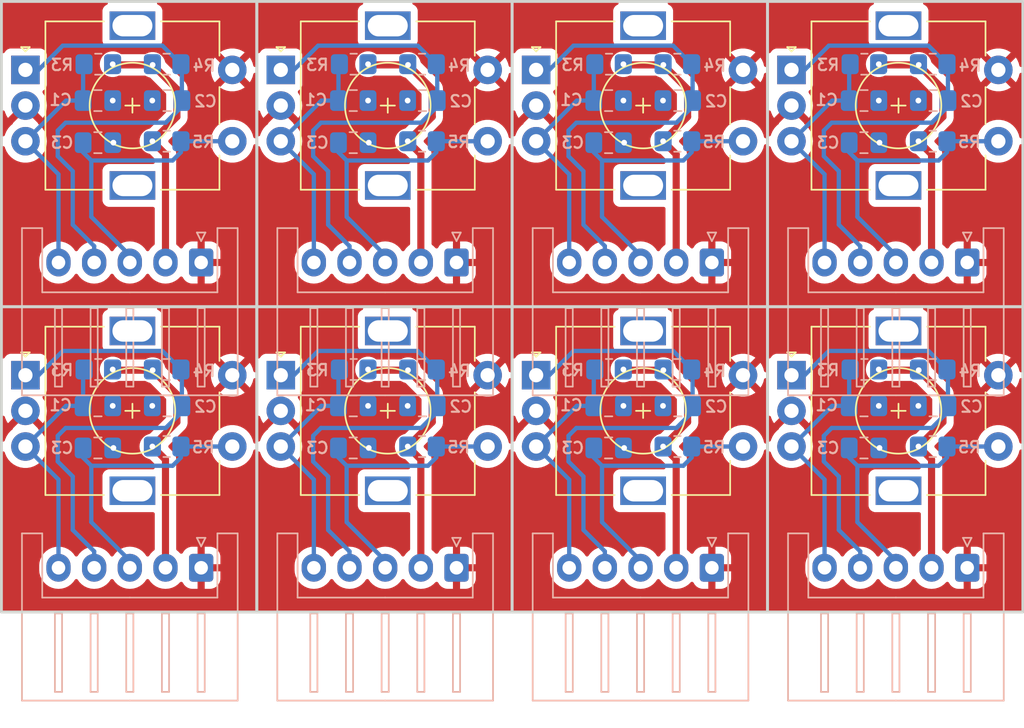
<source format=kicad_pcb>
(kicad_pcb (version 20221018) (generator pcbnew)
  (layers (0 "F.Cu" signal) (31 "B.Cu" signal) (34 "B.Paste" user) (35 "F.Paste" user) (36 "B.SilkS" user "B.Silkscreen") (37 "F.SilkS" user "F.Silkscreen") (38 "B.Mask" user) (39 "F.Mask" user) (44 "Edge.Cuts" user))
  (net 0 "")
  (net 1 "/CLK")
  (net 2 "GND")
  (net 3 "/DT")
  (net 4 "/SW")
  (net 5 "+3.3V")
  (footprint "Rotary_Encoder:RotaryEncoder_Alps_EC11E-Switch_Vertical_H20mm" (layer "F.Cu") (at 135.9825 73.35)
    (fp_text reference "SW1" hide)
    (fp_text value "RotaryEncoder_Switch")
  )
  (footprint "Rotary_Encoder:RotaryEncoder_Alps_EC11E-Switch_Vertical_H20mm" (layer "F.Cu") (at 171.7825 73.35)
    (fp_text reference "SW1" hide)
    (fp_text value "RotaryEncoder_Switch")
  )
  (footprint "Rotary_Encoder:RotaryEncoder_Alps_EC11E-Switch_Vertical_H20mm" (layer "F.Cu") (at 189.6825 73.35)
    (fp_text reference "SW1" hide)
    (fp_text value "RotaryEncoder_Switch")
  )
  (footprint "Rotary_Encoder:RotaryEncoder_Alps_EC11E-Switch_Vertical_H20mm" (layer "F.Cu") (at 189.6825 51.95)
    (fp_text reference "SW1" hide)
    (fp_text value "RotaryEncoder_Switch")
  )
  (footprint "Rotary_Encoder:RotaryEncoder_Alps_EC11E-Switch_Vertical_H20mm" (layer "F.Cu") (at 171.7825 51.95)
    (fp_text reference "SW1" hide)
    (fp_text value "RotaryEncoder_Switch")
  )
  (footprint "Rotary_Encoder:RotaryEncoder_Alps_EC11E-Switch_Vertical_H20mm" (layer "F.Cu") (at 153.8825 51.95)
    (fp_text reference "SW1" hide)
    (fp_text value "RotaryEncoder_Switch")
  )
  (footprint "Rotary_Encoder:RotaryEncoder_Alps_EC11E-Switch_Vertical_H20mm" (layer "F.Cu") (at 135.9825 51.95)
    (fp_text reference "SW1" hide)
    (fp_text value "RotaryEncoder_Switch")
  )
  (footprint "Rotary_Encoder:RotaryEncoder_Alps_EC11E-Switch_Vertical_H20mm" (layer "F.Cu") (at 153.8825 73.35)
    (fp_text reference "SW1" hide)
    (fp_text value "RotaryEncoder_Switch")
  )
  (footprint "Resistor_SMD:R_0805_2012Metric_Pad1.20x1.40mm_HandSolder" (layer "B.Cu") (at 181.6825 78.35 180)
    (fp_text reference "R5")
    (fp_text value "10k")
  )
  (footprint "Connector_JST:JST_XH_S5B-XH-A_1x05_P2.50mm_Horizontal" (layer "B.Cu") (at 184.1 65.45 180)
    (fp_text reference "J1" hide)
    (fp_text value "Conn_01x05_Socket")
  )
  (footprint "Capacitor_SMD:C_0805_2012Metric_Pad1.18x1.45mm_HandSolder" (layer "B.Cu") (at 181.7125 75.5 180)
    (fp_text reference "C2")
    (fp_text value "C")
  )
  (footprint "Resistor_SMD:R_0805_2012Metric_Pad1.20x1.40mm_HandSolder" (layer "B.Cu") (at 181.6825 56.95 180)
    (fp_text reference "R5")
    (fp_text value "10k")
  )
  (footprint "Resistor_SMD:R_0805_2012Metric_Pad1.20x1.40mm_HandSolder" (layer "B.Cu") (at 176.8925 72.95)
    (fp_text reference "R3")
    (fp_text value "10k")
  )
  (footprint "Resistor_SMD:R_0805_2012Metric_Pad1.20x1.40mm_HandSolder" (layer "B.Cu") (at 145.8825 56.95 180)
    (fp_text reference "R5")
    (fp_text value "10k")
  )
  (footprint "Resistor_SMD:R_0805_2012Metric_Pad1.20x1.40mm_HandSolder" (layer "B.Cu") (at 176.8925 51.55)
    (fp_text reference "R3")
    (fp_text value "10k")
  )
  (footprint "Resistor_SMD:R_0805_2012Metric_Pad1.20x1.40mm_HandSolder" (layer "B.Cu") (at 181.6825 72.95 180)
    (fp_text reference "R4")
    (fp_text value "10k")
  )
  (footprint "Resistor_SMD:R_0805_2012Metric_Pad1.20x1.40mm_HandSolder" (layer "B.Cu") (at 163.7825 78.35 180)
    (fp_text reference "R5")
    (fp_text value "10k")
  )
  (footprint "Resistor_SMD:R_0805_2012Metric_Pad1.20x1.40mm_HandSolder" (layer "B.Cu") (at 163.7825 56.95 180)
    (fp_text reference "R5")
    (fp_text value "10k")
  )
  (footprint "Resistor_SMD:R_0805_2012Metric_Pad1.20x1.40mm_HandSolder" (layer "B.Cu") (at 163.7825 72.95 180)
    (fp_text reference "R4")
    (fp_text value "10k")
  )
  (footprint "Capacitor_SMD:C_0805_2012Metric_Pad1.18x1.45mm_HandSolder" (layer "B.Cu") (at 163.8125 54.1 180)
    (fp_text reference "C2")
    (fp_text value "C")
  )
  (footprint "Capacitor_SMD:C_0805_2012Metric_Pad1.18x1.45mm_HandSolder" (layer "B.Cu") (at 181.7125 54.1 180)
    (fp_text reference "C2")
    (fp_text value "C")
  )
  (footprint "Connector_JST:JST_XH_S5B-XH-A_1x05_P2.50mm_Horizontal" (layer "B.Cu") (at 166.2 65.45 180)
    (fp_text reference "J1" hide)
    (fp_text value "Conn_01x05_Socket")
  )
  (footprint "Resistor_SMD:R_0805_2012Metric_Pad1.20x1.40mm_HandSolder" (layer "B.Cu") (at 181.6825 51.55 180)
    (fp_text reference "R4")
    (fp_text value "10k")
  )
  (footprint "Capacitor_SMD:C_0805_2012Metric_Pad1.18x1.45mm_HandSolder" (layer "B.Cu") (at 141.0625 54.1)
    (fp_text reference "C1")
    (fp_text value "C")
  )
  (footprint "Resistor_SMD:R_0805_2012Metric_Pad1.20x1.40mm_HandSolder" (layer "B.Cu") (at 145.8825 78.35 180)
    (fp_text reference "R5")
    (fp_text value "10k")
  )
  (footprint "Capacitor_SMD:C_0805_2012Metric_Pad1.18x1.45mm_HandSolder" (layer "B.Cu") (at 141.0625 75.5)
    (fp_text reference "C1")
    (fp_text value "C")
  )
  (footprint "Capacitor_SMD:C_0805_2012Metric_Pad1.18x1.45mm_HandSolder" (layer "B.Cu") (at 158.9625 54.1)
    (fp_text reference "C1")
    (fp_text value "C")
  )
  (footprint "Connector_JST:JST_XH_S5B-XH-A_1x05_P2.50mm_Horizontal" (layer "B.Cu") (at 202 86.85 180)
    (fp_text reference "J1" hide)
    (fp_text value "Conn_01x05_Socket")
  )
  (footprint "Resistor_SMD:R_0805_2012Metric_Pad1.20x1.40mm_HandSolder" (layer "B.Cu") (at 199.5825 56.95 180)
    (fp_text reference "R5")
    (fp_text value "10k")
  )
  (footprint "Capacitor_SMD:C_0805_2012Metric_Pad1.18x1.45mm_HandSolder" (layer "B.Cu") (at 145.9125 75.5 180)
    (fp_text reference "C2")
    (fp_text value "C")
  )
  (footprint "Capacitor_SMD:C_0805_2012Metric_Pad1.18x1.45mm_HandSolder" (layer "B.Cu") (at 176.8625 54.1)
    (fp_text reference "C1")
    (fp_text value "C")
  )
  (footprint "Resistor_SMD:R_0805_2012Metric_Pad1.20x1.40mm_HandSolder" (layer "B.Cu") (at 145.8825 72.95 180)
    (fp_text reference "R4")
    (fp_text value "10k")
  )
  (footprint "Capacitor_SMD:C_0805_2012Metric_Pad1.18x1.45mm_HandSolder" (layer "B.Cu") (at 194.7625 57.05)
    (fp_text reference "C3")
    (fp_text value "C")
  )
  (footprint "Resistor_SMD:R_0805_2012Metric_Pad1.20x1.40mm_HandSolder" (layer "B.Cu") (at 163.7825 51.55 180)
    (fp_text reference "R4")
    (fp_text value "10k")
  )
  (footprint "Capacitor_SMD:C_0805_2012Metric_Pad1.18x1.45mm_HandSolder" (layer "B.Cu") (at 158.9625 75.5)
    (fp_text reference "C1")
    (fp_text value "C")
  )
  (footprint "Resistor_SMD:R_0805_2012Metric_Pad1.20x1.40mm_HandSolder" (layer "B.Cu") (at 145.8825 51.55 180)
    (fp_text reference "R4")
    (fp_text value "10k")
  )
  (footprint "Resistor_SMD:R_0805_2012Metric_Pad1.20x1.40mm_HandSolder" (layer "B.Cu") (at 158.9925 72.95)
    (fp_text reference "R3")
    (fp_text value "10k")
  )
  (footprint "Resistor_SMD:R_0805_2012Metric_Pad1.20x1.40mm_HandSolder" (layer "B.Cu") (at 199.5825 78.35 180)
    (fp_text reference "R5")
    (fp_text value "10k")
  )
  (footprint "Resistor_SMD:R_0805_2012Metric_Pad1.20x1.40mm_HandSolder" (layer "B.Cu") (at 194.7925 51.55)
    (fp_text reference "R3")
    (fp_text value "10k")
  )
  (footprint "Capacitor_SMD:C_0805_2012Metric_Pad1.18x1.45mm_HandSolder" (layer "B.Cu") (at 176.8625 75.5)
    (fp_text reference "C1")
    (fp_text value "C")
  )
  (footprint "Capacitor_SMD:C_0805_2012Metric_Pad1.18x1.45mm_HandSolder" (layer "B.Cu") (at 145.9125 54.1 180)
    (fp_text reference "C2")
    (fp_text value "C")
  )
  (footprint "Capacitor_SMD:C_0805_2012Metric_Pad1.18x1.45mm_HandSolder" (layer "B.Cu") (at 141.0625 57.05)
    (fp_text reference "C3")
    (fp_text value "C")
  )
  (footprint "Connector_JST:JST_XH_S5B-XH-A_1x05_P2.50mm_Horizontal" (layer "B.Cu") (at 148.3 65.45 180)
    (fp_text reference "J1" hide)
    (fp_text value "Conn_01x05_Socket")
  )
  (footprint "Connector_JST:JST_XH_S5B-XH-A_1x05_P2.50mm_Horizontal" (layer "B.Cu") (at 148.3 86.85 180)
    (fp_text reference "J1" hide)
    (fp_text value "Conn_01x05_Socket")
  )
  (footprint "Capacitor_SMD:C_0805_2012Metric_Pad1.18x1.45mm_HandSolder" (layer "B.Cu") (at 141.0625 78.45)
    (fp_text reference "C3")
    (fp_text value "C")
  )
  (footprint "Capacitor_SMD:C_0805_2012Metric_Pad1.18x1.45mm_HandSolder" (layer "B.Cu") (at 194.7625 78.45)
    (fp_text reference "C3")
    (fp_text value "C")
  )
  (footprint "Connector_JST:JST_XH_S5B-XH-A_1x05_P2.50mm_Horizontal" (layer "B.Cu") (at 184.1 86.85 180)
    (fp_text reference "J1" hide)
    (fp_text value "Conn_01x05_Socket")
  )
  (footprint "Connector_JST:JST_XH_S5B-XH-A_1x05_P2.50mm_Horizontal" (layer "B.Cu") (at 166.2 86.85 180)
    (fp_text reference "J1" hide)
    (fp_text value "Conn_01x05_Socket")
  )
  (footprint "Capacitor_SMD:C_0805_2012Metric_Pad1.18x1.45mm_HandSolder" (layer "B.Cu") (at 176.8625 57.05)
    (fp_text reference "C3")
    (fp_text value "C")
  )
  (footprint "Capacitor_SMD:C_0805_2012Metric_Pad1.18x1.45mm_HandSolder" (layer "B.Cu") (at 194.7625 75.5)
    (fp_text reference "C1")
    (fp_text value "C")
  )
  (footprint "Capacitor_SMD:C_0805_2012Metric_Pad1.18x1.45mm_HandSolder" (layer "B.Cu") (at 163.8125 75.5 180)
    (fp_text reference "C2")
    (fp_text value "C")
  )
  (footprint "Resistor_SMD:R_0805_2012Metric_Pad1.20x1.40mm_HandSolder" (layer "B.Cu") (at 199.5825 72.95 180)
    (fp_text reference "R4")
    (fp_text value "10k")
  )
  (footprint "Resistor_SMD:R_0805_2012Metric_Pad1.20x1.40mm_HandSolder" (layer "B.Cu") (at 141.0925 51.55)
    (fp_text reference "R3")
    (fp_text value "10k")
  )
  (footprint "Capacitor_SMD:C_0805_2012Metric_Pad1.18x1.45mm_HandSolder" (layer "B.Cu") (at 199.6125 54.1 180)
    (fp_text reference "C2")
    (fp_text value "C")
  )
  (footprint "Resistor_SMD:R_0805_2012Metric_Pad1.20x1.40mm_HandSolder" (layer "B.Cu") (at 158.9925 51.55)
    (fp_text reference "R3")
    (fp_text value "10k")
  )
  (footprint "Capacitor_SMD:C_0805_2012Metric_Pad1.18x1.45mm_HandSolder" (layer "B.Cu") (at 158.9625 78.45)
    (fp_text reference "C3")
    (fp_text value "C")
  )
  (footprint "Capacitor_SMD:C_0805_2012Metric_Pad1.18x1.45mm_HandSolder" (layer "B.Cu") (at 199.6125 75.5 180)
    (fp_text reference "C2")
    (fp_text value "C")
  )
  (footprint "Connector_JST:JST_XH_S5B-XH-A_1x05_P2.50mm_Horizontal" (layer "B.Cu") (at 202 65.45 180)
    (fp_text reference "J1" hide)
    (fp_text value "Conn_01x05_Socket")
  )
  (footprint "Resistor_SMD:R_0805_2012Metric_Pad1.20x1.40mm_HandSolder" (layer "B.Cu") (at 141.0925 72.95)
    (fp_text reference "R3")
    (fp_text value "10k")
  )
  (footprint "Resistor_SMD:R_0805_2012Metric_Pad1.20x1.40mm_HandSolder" (layer "B.Cu") (at 199.5825 51.55 180)
    (fp_text reference "R4")
    (fp_text value "10k")
  )
  (footprint "Resistor_SMD:R_0805_2012Metric_Pad1.20x1.40mm_HandSolder" (layer "B.Cu") (at 194.7925 72.95)
    (fp_text reference "R3")
    (fp_text value "10k")
  )
  (footprint "Capacitor_SMD:C_0805_2012Metric_Pad1.18x1.45mm_HandSolder" (layer "B.Cu") (at 176.8625 78.45)
    (fp_text reference "C3")
    (fp_text value "C")
  )
  (footprint "Capacitor_SMD:C_0805_2012Metric_Pad1.18x1.45mm_HandSolder" (layer "B.Cu") (at 194.7625 54.1)
    (fp_text reference "C1")
    (fp_text value "C")
  )
  (footprint "Capacitor_SMD:C_0805_2012Metric_Pad1.18x1.45mm_HandSolder" (layer "B.Cu") (at 158.9625 57.05)
    (fp_text reference "C3")
    (fp_text value "C")
  )
  (gr_rect (start 152.2 68.55) (end 170.1 89.95) (stroke (width 0.2)) (fill none) (layer "Edge.Cuts"))
  (gr_rect (start 134.3 47.15) (end 152.2 68.55) (stroke (width 0.2)) (fill none) (layer "Edge.Cuts"))
  (gr_rect (start 170.1 68.55) (end 188 89.95) (stroke (width 0.2)) (fill none) (layer "Edge.Cuts"))
  (gr_rect (start 188 68.55) (end 205.9 89.95) (stroke (width 0.2)) (fill none) (layer "Edge.Cuts"))
  (gr_rect (start 188 47.15) (end 205.9 68.55) (stroke (width 0.2)) (fill none) (layer "Edge.Cuts"))
  (gr_rect (start 152.2 47.15) (end 170.1 68.55) (stroke (width 0.2)) (fill none) (layer "Edge.Cuts"))
  (gr_rect (start 134.3 68.55) (end 152.2 89.95) (stroke (width 0.2)) (fill none) (layer "Edge.Cuts"))
  (gr_rect (start 170.1 47.15) (end 188 68.55) (stroke (width 0.2)) (fill none) (layer "Edge.Cuts"))
  (segment (start 171.7825 78.35) (end 174.1 80.6675) (width 0.3) (layer "B.Cu") (net 1))
  (segment (start 175.825 73.0175) (end 175.8925 72.95) (width 0.3) (layer "B.Cu") (net 1))
  (segment (start 135.9825 56.95) (end 138.3 59.2675) (width 0.3) (layer "B.Cu") (net 1))
  (segment (start 192 59.2675) (end 192 65.45) (width 0.3) (layer "B.Cu") (net 1))
  (segment (start 157.925 73.0175) (end 157.9925 72.95) (width 0.3) (layer "B.Cu") (net 1))
  (segment (start 193.725 75.5) (end 193.7 75.475) (width 0.3) (layer "B.Cu") (net 1))
  (segment (start 135.9825 56.95) (end 138.8325 54.1) (width 0.3) (layer "B.Cu") (net 1))
  (segment (start 175.8 51.85) (end 175.5 51.55) (width 0.3) (layer "B.Cu") (net 1))
  (segment (start 135.9825 78.35) (end 138.3 80.6675) (width 0.3) (layer "B.Cu") (net 1))
  (segment (start 175.825 75.5) (end 175.8 75.475) (width 0.3) (layer "B.Cu") (net 1))
  (segment (start 189.6825 56.95) (end 192.5325 54.1) (width 0.3) (layer "B.Cu") (net 1))
  (segment (start 175.825 54.1) (end 175.825 51.6175) (width 0.3) (layer "B.Cu") (net 1))
  (segment (start 156.7325 54.1) (end 157.925 54.1) (width 0.3) (layer "B.Cu") (net 1))
  (segment (start 171.7825 56.95) (end 174.1 59.2675) (width 0.3) (layer "B.Cu") (net 1))
  (segment (start 174.1 59.2675) (end 174.1 65.45) (width 0.3) (layer "B.Cu") (net 1))
  (segment (start 174.6325 54.1) (end 175.825 54.1) (width 0.3) (layer "B.Cu") (net 1))
  (segment (start 156.7325 75.5) (end 157.925 75.5) (width 0.3) (layer "B.Cu") (net 1))
  (segment (start 193.7 51.85) (end 193.4 51.55) (width 0.3) (layer "B.Cu") (net 1))
  (segment (start 193.7 73.25) (end 193.4 72.95) (width 0.3) (layer "B.Cu") (net 1))
  (segment (start 156.2 59.2675) (end 156.2 65.45) (width 0.3) (layer "B.Cu") (net 1))
  (segment (start 157.925 75.5) (end 157.925 73.0175) (width 0.3) (layer "B.Cu") (net 1))
  (segment (start 189.6825 78.35) (end 192.5325 75.5) (width 0.3) (layer "B.Cu") (net 1))
  (segment (start 153.8825 56.95) (end 156.7325 54.1) (width 0.3) (layer "B.Cu") (net 1))
  (segment (start 193.725 75.5) (end 193.725 73.0175) (width 0.3) (layer "B.Cu") (net 1))
  (segment (start 157.9 51.85) (end 157.6 51.55) (width 0.3) (layer "B.Cu") (net 1))
  (segment (start 138.3 80.6675) (end 138.3 86.85) (width 0.3) (layer "B.Cu") (net 1))
  (segment (start 174.1 80.6675) (end 174.1 86.85) (width 0.3) (layer "B.Cu") (net 1))
  (segment (start 140.025 73.0175) (end 140.0925 72.95) (width 0.3) (layer "B.Cu") (net 1))
  (segment (start 140 73.25) (end 139.7 72.95) (width 0.3) (layer "B.Cu") (net 1))
  (segment (start 157.9 73.25) (end 157.6 72.95) (width 0.3) (layer "B.Cu") (net 1))
  (segment (start 138.8325 75.5) (end 140.025 75.5) (width 0.3) (layer "B.Cu") (net 1))
  (segment (start 140.025 51.6175) (end 140.0925 51.55) (width 0.3) (layer "B.Cu") (net 1))
  (segment (start 189.6825 78.35) (end 192 80.6675) (width 0.3) (layer "B.Cu") (net 1))
  (segment (start 174.6325 75.5) (end 175.825 75.5) (width 0.3) (layer "B.Cu") (net 1))
  (segment (start 138.8325 54.1) (end 140.025 54.1) (width 0.3) (layer "B.Cu") (net 1))
  (segment (start 153.8825 56.95) (end 156.2 59.2675) (width 0.3) (layer "B.Cu") (net 1))
  (segment (start 157.925 75.5) (end 157.9 75.475) (width 0.3) (layer "B.Cu") (net 1))
  (segment (start 189.6825 56.95) (end 192 59.2675) (width 0.3) (layer "B.Cu") (net 1))
  (segment (start 171.7825 56.95) (end 174.6325 54.1) (width 0.3) (layer "B.Cu") (net 1))
  (segment (start 140.025 75.5) (end 140 75.475) (width 0.3) (layer "B.Cu") (net 1))
  (segment (start 140 51.85) (end 139.7 51.55) (width 0.3) (layer "B.Cu") (net 1))
  (segment (start 193.725 51.6175) (end 193.7925 51.55) (width 0.3) (layer "B.Cu") (net 1))
  (segment (start 140.025 54.1) (end 140 54.075) (width 0.3) (layer "B.Cu") (net 1))
  (segment (start 175.825 75.5) (end 175.825 73.0175) (width 0.3) (layer "B.Cu") (net 1))
  (segment (start 140.025 54.1) (end 140.025 51.6175) (width 0.3) (layer "B.Cu") (net 1))
  (segment (start 175.825 51.6175) (end 175.8925 51.55) (width 0.3) (layer "B.Cu") (net 1))
  (segment (start 192 80.6675) (end 192 86.85) (width 0.3) (layer "B.Cu") (net 1))
  (segment (start 192.5325 54.1) (end 193.725 54.1) (width 0.3) (layer "B.Cu") (net 1))
  (segment (start 135.9825 78.35) (end 138.8325 75.5) (width 0.3) (layer "B.Cu") (net 1))
  (segment (start 157.925 54.1) (end 157.925 51.6175) (width 0.3) (layer "B.Cu") (net 1))
  (segment (start 153.8825 78.35) (end 156.2 80.6675) (width 0.3) (layer "B.Cu") (net 1))
  (segment (start 157.925 54.1) (end 157.9 54.075) (width 0.3) (layer "B.Cu") (net 1))
  (segment (start 171.7825 78.35) (end 174.6325 75.5) (width 0.3) (layer "B.Cu") (net 1))
  (segment (start 140.025 75.5) (end 140.025 73.0175) (width 0.3) (layer "B.Cu") (net 1))
  (segment (start 175.825 54.1) (end 175.8 54.075) (width 0.3) (layer "B.Cu") (net 1))
  (segment (start 156.2 80.6675) (end 156.2 86.85) (width 0.3) (layer "B.Cu") (net 1))
  (segment (start 193.725 54.1) (end 193.725 51.6175) (width 0.3) (layer "B.Cu") (net 1))
  (segment (start 192.5325 75.5) (end 193.725 75.5) (width 0.3) (layer "B.Cu") (net 1))
  (segment (start 193.725 73.0175) (end 193.7925 72.95) (width 0.3) (layer "B.Cu") (net 1))
  (segment (start 153.8825 78.35) (end 156.7325 75.5) (width 0.3) (layer "B.Cu") (net 1))
  (segment (start 138.3 59.2675) (end 138.3 65.45) (width 0.3) (layer "B.Cu") (net 1))
  (segment (start 157.925 51.6175) (end 157.9925 51.55) (width 0.3) (layer "B.Cu") (net 1))
  (segment (start 175.8 73.25) (end 175.5 72.95) (width 0.3) (layer "B.Cu") (net 1))
  (segment (start 193.725 54.1) (end 193.7 54.075) (width 0.3) (layer "B.Cu") (net 1))
  (via (at 180.675 54.1) (size 0.8) (drill 0.4) (layers "F.Cu" "B.Cu") (net 2))
  (via (at 142.1 54.1) (size 0.8) (drill 0.4) (layers "F.Cu" "B.Cu") (net 2))
  (via (at 198.575 75.5) (size 0.8) (drill 0.4) (layers "F.Cu" "B.Cu") (net 2))
  (via (at 195.85 57.05) (size 0.8) (drill 0.4) (layers "F.Cu" "B.Cu") (net 2))
  (via (at 195.8 54.1) (size 0.8) (drill 0.4) (layers "F.Cu" "B.Cu") (net 2))
  (via (at 160 75.5) (size 0.8) (drill 0.4) (layers "F.Cu" "B.Cu") (net 2))
  (via (at 142.1 75.5) (size 0.8) (drill 0.4) (layers "F.Cu" "B.Cu") (net 2))
  (via (at 160 54.1) (size 0.8) (drill 0.4) (layers "F.Cu" "B.Cu") (net 2))
  (via (at 160.05 78.45) (size 0.8) (drill 0.4) (layers "F.Cu" "B.Cu") (net 2))
  (via (at 198.575 54.1) (size 0.8) (drill 0.4) (layers "F.Cu" "B.Cu") (net 2))
  (via (at 162.775 54.1) (size 0.8) (drill 0.4) (layers "F.Cu" "B.Cu") (net 2))
  (via (at 142.15 78.45) (size 0.8) (drill 0.4) (layers "F.Cu" "B.Cu") (net 2))
  (via (at 142.15 57.05) (size 0.8) (drill 0.4) (layers "F.Cu" "B.Cu") (net 2))
  (via (at 177.95 78.45) (size 0.8) (drill 0.4) (layers "F.Cu" "B.Cu") (net 2))
  (via (at 177.9 75.5) (size 0.8) (drill 0.4) (layers "F.Cu" "B.Cu") (net 2))
  (via (at 180.675 75.5) (size 0.8) (drill 0.4) (layers "F.Cu" "B.Cu") (net 2))
  (via (at 162.775 75.5) (size 0.8) (drill 0.4) (layers "F.Cu" "B.Cu") (net 2))
  (via (at 144.875 54.1) (size 0.8) (drill 0.4) (layers "F.Cu" "B.Cu") (net 2))
  (via (at 160.05 57.05) (size 0.8) (drill 0.4) (layers "F.Cu" "B.Cu") (net 2))
  (via (at 195.85 78.45) (size 0.8) (drill 0.4) (layers "F.Cu" "B.Cu") (net 2))
  (via (at 195.8 75.5) (size 0.8) (drill 0.4) (layers "F.Cu" "B.Cu") (net 2))
  (via (at 177.95 57.05) (size 0.8) (drill 0.4) (layers "F.Cu" "B.Cu") (net 2))
  (via (at 144.875 75.5) (size 0.8) (drill 0.4) (layers "F.Cu" "B.Cu") (net 2))
  (via (at 177.9 54.1) (size 0.8) (drill 0.4) (layers "F.Cu" "B.Cu") (net 2))
  (segment (start 146.95 51.6175) (end 146.95 54.5175) (width 0.3) (layer "B.Cu") (net 3))
  (segment (start 145.5825 71.65) (end 146.95 73.0175) (width 0.3) (layer "B.Cu") (net 3))
  (segment (start 199.5175 77.05) (end 192.5 77.05) (width 0.3) (layer "B.Cu") (net 3))
  (segment (start 156.15 56.2) (end 156.15 58) (width 0.3) (layer "B.Cu") (net 3))
  (segment (start 157.2 62.8) (end 158.7 64.3) (width 0.3) (layer "B.Cu") (net 3))
  (segment (start 194.5 85.7) (end 194.5 86.85) (width 0.3) (layer "B.Cu") (net 3))
  (segment (start 156.15 58) (end 157.2 59.05) (width 0.3) (layer "B.Cu") (net 3))
  (segment (start 138.6 71.65) (end 145.5825 71.65) (width 0.3) (layer "B.Cu") (net 3))
  (segment (start 174.05 77.6) (end 174.05 79.4) (width 0.3) (layer "B.Cu") (net 3))
  (segment (start 174.6 77.05) (end 174.05 77.6) (width 0.3) (layer "B.Cu") (net 3))
  (segment (start 157.2 80.45) (end 157.2 84.2) (width 0.3) (layer "B.Cu") (net 3))
  (segment (start 181.3825 50.25) (end 182.75 51.6175) (width 0.3) (layer "B.Cu") (net 3))
  (segment (start 175.1 80.45) (end 175.1 84.2) (width 0.3) (layer "B.Cu") (net 3))
  (segment (start 140.8 64.3) (end 140.8 65.45) (width 0.3) (layer "B.Cu") (net 3))
  (segment (start 193 84.2) (end 194.5 85.7) (width 0.3) (layer "B.Cu") (net 3))
  (segment (start 200.65 73.0175) (end 200.65 75.9175) (width 0.3) (layer "B.Cu") (net 3))
  (segment (start 193 62.8) (end 194.5 64.3) (width 0.3) (layer "B.Cu") (net 3))
  (segment (start 138.25 79.4) (end 139.3 80.45) (width 0.3) (layer "B.Cu") (net 3))
  (segment (start 163.4825 50.25) (end 164.85 51.6175) (width 0.3) (layer "B.Cu") (net 3))
  (segment (start 135.9825 73.35) (end 136.9 73.35) (width 0.3) (layer "B.Cu") (net 3))
  (segment (start 174.05 58) (end 175.1 59.05) (width 0.3) (layer "B.Cu") (net 3))
  (segment (start 146.95 75.9175) (end 145.8175 77.05) (width 0.3) (layer "B.Cu") (net 3))
  (segment (start 174.6 55.65) (end 174.05 56.2) (width 0.3) (layer "B.Cu") (net 3))
  (segment (start 174.05 79.4) (end 175.1 80.45) (width 0.3) (layer "B.Cu") (net 3))
  (segment (start 189.6825 73.35) (end 190.6 73.35) (width 0.3) (layer "B.Cu") (net 3))
  (segment (start 182.75 54.5175) (end 181.6175 55.65) (width 0.3) (layer "B.Cu") (net 3))
  (segment (start 154.8 73.35) (end 156.5 71.65) (width 0.3) (layer "B.Cu") (net 3))
  (segment (start 192.5 77.05) (end 191.95 77.6) (width 0.3) (layer "B.Cu") (net 3))
  (segment (start 171.7825 73.35) (end 172.7 73.35) (width 0.3) (layer "B.Cu") (net 3))
  (segment (start 191.95 58) (end 193 59.05) (width 0.3) (layer "B.Cu") (net 3))
  (segment (start 157.2 84.2) (end 158.7 85.7) (width 0.3) (layer "B.Cu") (net 3))
  (segment (start 158.7 64.3) (end 158.7 65.45) (width 0.3) (layer "B.Cu") (net 3))
  (segment (start 136.9 51.95) (end 138.6 50.25) (width 0.3) (layer "B.Cu") (net 3))
  (segment (start 190.6 73.35) (end 192.3 71.65) (width 0.3) (layer "B.Cu") (net 3))
  (segment (start 139.3 62.8) (end 140.8 64.3) (width 0.3) (layer "B.Cu") (net 3))
  (segment (start 145.8175 55.65) (end 138.8 55.65) (width 0.3) (layer "B.Cu") (net 3))
  (segment (start 156.5 71.65) (end 163.4825 71.65) (width 0.3) (layer "B.Cu") (net 3))
  (segment (start 163.4825 71.65) (end 164.85 73.0175) (width 0.3) (layer "B.Cu") (net 3))
  (segment (start 199.2825 71.65) (end 200.65 73.0175) (width 0.3) (layer "B.Cu") (net 3))
  (segment (start 164.85 54.5175) (end 163.7175 55.65) (width 0.3) (layer "B.Cu") (net 3))
  (segment (start 154.8 51.95) (end 156.5 50.25) (width 0.3) (layer "B.Cu") (net 3))
  (segment (start 176.6 64.3) (end 176.6 65.45) (width 0.3) (layer "B.Cu") (net 3))
  (segment (start 138.6 50.25) (end 145.5825 50.25) (width 0.3) (layer "B.Cu") (net 3))
  (segment (start 138.8 55.65) (end 138.25 56.2) (width 0.3) (layer "B.Cu") (net 3))
  (segment (start 191.95 79.4) (end 193 80.45) (width 0.3) (layer "B.Cu") (net 3))
  (segment (start 146.95 73.0175) (end 146.95 75.9175) (width 0.3) (layer "B.Cu") (net 3))
  (segment (start 192.3 71.65) (end 199.2825 71.65) (width 0.3) (layer "B.Cu") (net 3))
  (segment (start 163.7175 55.65) (end 156.7 55.65) (width 0.3) (layer "B.Cu") (net 3))
  (segment (start 174.05 56.2) (end 174.05 58) (width 0.3) (layer "B.Cu") (net 3))
  (segment (start 182.75 51.6175) (end 182.75 54.5175) (width 0.3) (layer "B.Cu") (net 3))
  (segment (start 176.6 85.7) (end 176.6 86.85) (width 0.3) (layer "B.Cu") (net 3))
  (segment (start 156.15 77.6) (end 156.15 79.4) (width 0.3) (layer "B.Cu") (net 3))
  (segment (start 181.3825 71.65) (end 182.75 73.0175) (width 0.3) (layer "B.Cu") (net 3))
  (segment (start 172.7 73.35) (end 174.4 71.65) (width 0.3) (layer "B.Cu") (net 3))
  (segment (start 145.8175 77.05) (end 138.8 77.05) (width 0.3) (layer "B.Cu") (net 3))
  (segment (start 164.85 51.6175) (end 164.85 54.5175) (width 0.3) (layer "B.Cu") (net 3))
  (segment (start 139.3 59.05) (end 139.3 62.8) (width 0.3) (layer "B.Cu") (net 3))
  (segment (start 156.7 77.05) (end 156.15 77.6) (width 0.3) (layer "B.Cu") (net 3))
  (segment (start 193 80.45) (end 193 84.2) (width 0.3) (layer "B.Cu") (net 3))
  (segment (start 138.25 58) (end 139.3 59.05) (width 0.3) (layer "B.Cu") (net 3))
  (segment (start 194.5 64.3) (end 194.5 65.45) (width 0.3) (layer "B.Cu") (net 3))
  (segment (start 175.1 84.2) (end 176.6 85.7) (width 0.3) (layer "B.Cu") (net 3))
  (segment (start 174.4 50.25) (end 181.3825 50.25) (width 0.3) (layer "B.Cu") (net 3))
  (segment (start 146.95 54.5175) (end 145.8175 55.65) (width 0.3) (layer "B.Cu") (net 3))
  (segment (start 156.5 50.25) (end 163.4825 50.25) (width 0.3) (layer "B.Cu") (net 3))
  (segment (start 175.1 59.05) (end 175.1 62.8) (width 0.3) (layer "B.Cu") (net 3))
  (segment (start 182.75 73.0175) (end 182.75 75.9175) (width 0.3) (layer "B.Cu") (net 3))
  (segment (start 190.6 51.95) (end 192.3 50.25) (width 0.3) (layer "B.Cu") (net 3))
  (segment (start 181.6175 77.05) (end 174.6 77.05) (width 0.3) (layer "B.Cu") (net 3))
  (segment (start 138.8 77.05) (end 138.25 77.6) (width 0.3) (layer "B.Cu") (net 3))
  (segment (start 171.7825 51.95) (end 172.7 51.95) (width 0.3) (layer "B.Cu") (net 3))
  (segment (start 199.2825 50.25) (end 200.65 51.6175) (width 0.3) (layer "B.Cu") (net 3))
  (segment (start 140.8 85.7) (end 140.8 86.85) (width 0.3) (layer "B.Cu") (net 3))
  (segment (start 182.75 75.9175) (end 181.6175 77.05) (width 0.3) (layer "B.Cu") (net 3))
  (segment (start 172.7 51.95) (end 174.4 50.25) (width 0.3) (layer "B.Cu") (net 3))
  (segment (start 199.5175 55.65) (end 192.5 55.65) (width 0.3) (layer "B.Cu") (net 3))
  (segment (start 153.8825 51.95) (end 154.8 51.95) (width 0.3) (layer "B.Cu") (net 3))
  (segment (start 145.5825 50.25) (end 146.95 51.6175) (width 0.3) (layer "B.Cu") (net 3))
  (segment (start 138.25 77.6) (end 138.25 79.4) (width 0.3) (layer "B.Cu") (net 3))
  (segment (start 174.4 71.65) (end 181.3825 71.65) (width 0.3) (layer "B.Cu") (net 3))
  (segment (start 189.6825 51.95) (end 190.6 51.95) (width 0.3) (layer "B.Cu") (net 3))
  (segment (start 181.6175 55.65) (end 174.6 55.65) (width 0.3) (layer "B.Cu") (net 3))
  (segment (start 153.8825 73.35) (end 154.8 73.35) (width 0.3) (layer "B.Cu") (net 3))
  (segment (start 193 59.05) (end 193 62.8) (width 0.3) (layer "B.Cu") (net 3))
  (segment (start 139.3 84.2) (end 140.8 85.7) (width 0.3) (layer "B.Cu") (net 3))
  (segment (start 200.65 51.6175) (end 200.65 54.5175) (width 0.3) (layer "B.Cu") (net 3))
  (segment (start 200.65 54.5175) (end 199.5175 55.65) (width 0.3) (layer "B.Cu") (net 3))
  (segment (start 191.95 56.2) (end 191.95 58) (width 0.3) (layer "B.Cu") (net 3))
  (segment (start 192.3 50.25) (end 199.2825 50.25) (width 0.3) (layer "B.Cu") (net 3))
  (segment (start 200.65 75.9175) (end 199.5175 77.05) (width 0.3) (layer "B.Cu") (net 3))
  (segment (start 156.15 79.4) (end 157.2 80.45) (width 0.3) (layer "B.Cu") (net 3))
  (segment (start 163.7175 77.05) (end 156.7 77.05) (width 0.3) (layer "B.Cu") (net 3))
  (segment (start 157.2 59.05) (end 157.2 62.8) (width 0.3) (layer "B.Cu") (net 3))
  (segment (start 138.25 56.2) (end 138.25 58) (width 0.3) (layer "B.Cu") (net 3))
  (segment (start 135.9825 51.95) (end 136.9 51.95) (width 0.3) (layer "B.Cu") (net 3))
  (segment (start 136.9 73.35) (end 138.6 71.65) (width 0.3) (layer "B.Cu") (net 3))
  (segment (start 158.7 85.7) (end 158.7 86.85) (width 0.3) (layer "B.Cu") (net 3))
  (segment (start 191.95 77.6) (end 191.95 79.4) (width 0.3) (layer "B.Cu") (net 3))
  (segment (start 139.3 80.45) (end 139.3 84.2) (width 0.3) (layer "B.Cu") (net 3))
  (segment (start 192.5 55.65) (end 191.95 56.2) (width 0.3) (layer "B.Cu") (net 3))
  (segment (start 175.1 62.8) (end 176.6 64.3) (width 0.3) (layer "B.Cu") (net 3))
  (segment (start 164.85 75.9175) (end 163.7175 77.05) (width 0.3) (layer "B.Cu") (net 3))
  (segment (start 164.85 73.0175) (end 164.85 75.9175) (width 0.3) (layer "B.Cu") (net 3))
  (segment (start 156.7 55.65) (end 156.15 56.2) (width 0.3) (layer "B.Cu") (net 3))
  (segment (start 200.5825 78.35) (end 204.1825 78.35) (width 0.3) (layer "B.Cu") (net 4))
  (segment (start 158.5 79.7) (end 158.5 83.65) (width 0.3) (layer "B.Cu") (net 4))
  (segment (start 140.6 62.25) (end 143.3 64.95) (width 0.3) (layer "B.Cu") (net 4))
  (segment (start 140.6 58.3) (end 140.6 62.25) (width 0.3) (layer "B.Cu") (net 4))
  (segment (start 175.4625 57) (end 175.775 57) (width 0.3) (layer "B.Cu") (net 4))
  (segment (start 176.4 83.65) (end 179.1 86.35) (width 0.3) (layer "B.Cu") (net 4))
  (segment (start 176.4 58.3) (end 182.1 58.3) (width 0.3) (layer "B.Cu") (net 4))
  (segment (start 140.025 79.125) (end 140.6 79.7) (width 0.3) (layer "B.Cu") (net 4))
  (segment (start 175.825 79.125) (end 176.4 79.7) (width 0.3) (layer "B.Cu") (net 4))
  (segment (start 179.1 64.95) (end 179.1 65.45) (width 0.3) (layer "B.Cu") (net 4))
  (segment (start 157.925 57.05) (end 157.925 57.725) (width 0.3) (layer "B.Cu") (net 4))
  (segment (start 194.3 79.7) (end 200 79.7) (width 0.3) (layer "B.Cu") (net 4))
  (segment (start 175.775 78.4) (end 175.825 78.45) (width 0.3) (layer "B.Cu") (net 4))
  (segment (start 182.6825 79.1175) (end 182.6825 78.35) (width 0.3) (layer "B.Cu") (net 4))
  (segment (start 200.5825 57.7175) (end 200.5825 56.95) (width 0.3) (layer "B.Cu") (net 4))
  (segment (start 193.725 79.125) (end 194.3 79.7) (width 0.3) (layer "B.Cu") (net 4))
  (segment (start 140.025 57.725) (end 140.6 58.3) (width 0.3) (layer "B.Cu") (net 4))
  (segment (start 157.5625 78.4) (end 157.875 78.4) (width 0.3) (layer "B.Cu") (net 4))
  (segment (start 158.5 58.3) (end 158.5 62.25) (width 0.3) (layer "B.Cu") (net 4))
  (segment (start 179.1 86.35) (end 179.1 86.85) (width 0.3) (layer "B.Cu") (net 4))
  (segment (start 140.6 79.7) (end 140.6 83.65) (width 0.3) (layer "B.Cu") (net 4))
  (segment (start 176.4 62.25) (end 179.1 64.95) (width 0.3) (layer "B.Cu") (net 4))
  (segment (start 157.875 57) (end 157.925 57.05) (width 0.3) (layer "B.Cu") (net 4))
  (segment (start 193.3625 78.4) (end 193.675 78.4) (width 0.3) (layer "B.Cu") (net 4))
  (segment (start 157.925 57.725) (end 158.5 58.3) (width 0.3) (layer "B.Cu") (net 4))
  (segment (start 193.725 57.725) (end 194.3 58.3) (width 0.3) (layer "B.Cu") (net 4))
  (segment (start 164.7825 78.35) (end 168.3825 78.35) (width 0.3) (layer "B.Cu") (net 4))
  (segment (start 140.025 57.05) (end 140.025 57.725) (width 0.3) (layer "B.Cu") (net 4))
  (segment (start 193.675 78.4) (end 193.725 78.45) (width 0.3) (layer "B.Cu") (net 4))
  (segment (start 146.8825 56.95) (end 150.4825 56.95) (width 0.3) (layer "B.Cu") (net 4))
  (segment (start 143.3 86.35) (end 143.3 86.85) (width 0.3) (layer "B.Cu") (net 4))
  (segment (start 146.3 79.7) (end 146.8825 79.1175) (width 0.3) (layer "B.Cu") (net 4))
  (segment (start 146.8825 57.7175) (end 146.8825 56.95) (width 0.3) (layer "B.Cu") (net 4))
  (segment (start 194.3 58.3) (end 200 58.3) (width 0.3) (layer "B.Cu") (net 4))
  (segment (start 158.5 62.25) (end 161.2 64.95) (width 0.3) (layer "B.Cu") (net 4))
  (segment (start 182.1 79.7) (end 182.6825 79.1175) (width 0.3) (layer "B.Cu") (net 4))
  (segment (start 139.6625 57) (end 139.975 57) (width 0.3) (layer "B.Cu") (net 4))
  (segment (start 176.4 79.7) (end 176.4 83.65) (width 0.3) (layer "B.Cu") (net 4))
  (segment (start 143.3 64.95) (end 143.3 65.45) (width 0.3) (layer "B.Cu") (net 4))
  (segment (start 146.8825 79.1175) (end 146.8825 78.35) (width 0.3) (layer "B.Cu") (net 4))
  (segment (start 158.5 83.65) (end 161.2 86.35) (width 0.3) (layer "B.Cu") (net 4))
  (segment (start 193.725 78.45) (end 193.725 79.125) (width 0.3) (layer "B.Cu") (net 4))
  (segment (start 146.8825 78.35) (end 150.4825 78.35) (width 0.3) (layer "B.Cu") (net 4))
  (segment (start 158.5 58.3) (end 164.2 58.3) (width 0.3) (layer "B.Cu") (net 4))
  (segment (start 175.775 57) (end 175.825 57.05) (width 0.3) (layer "B.Cu") (net 4))
  (segment (start 194.3 62.25) (end 197 64.95) (width 0.3) (layer "B.Cu") (net 4))
  (segment (start 194.3 79.7) (end 194.3 83.65) (width 0.3) (layer "B.Cu") (net 4))
  (segment (start 164.2 58.3) (end 164.7825 57.7175) (width 0.3) (layer "B.Cu") (net 4))
  (segment (start 200 58.3) (end 200.5825 57.7175) (width 0.3) (layer "B.Cu") (net 4))
  (segment (start 139.975 78.4) (end 140.025 78.45) (width 0.3) (layer "B.Cu") (net 4))
  (segment (start 164.2 79.7) (end 164.7825 79.1175) (width 0.3) (layer "B.Cu") (net 4))
  (segment (start 157.925 79.125) (end 158.5 79.7) (width 0.3) (layer "B.Cu") (net 4))
  (segment (start 175.825 57.725) (end 176.4 58.3) (width 0.3) (layer "B.Cu") (net 4))
  (segment (start 175.825 78.45) (end 175.825 79.125) (width 0.3) (layer "B.Cu") (net 4))
  (segment (start 182.1 58.3) (end 182.6825 57.7175) (width 0.3) (layer "B.Cu") (net 4))
  (segment (start 164.7825 56.95) (end 168.3825 56.95) (width 0.3) (layer "B.Cu") (net 4))
  (segment (start 193.725 57.05) (end 193.725 57.725) (width 0.3) (layer "B.Cu") (net 4))
  (segment (start 140.025 78.45) (end 140.025 79.125) (width 0.3) (layer "B.Cu") (net 4))
  (segment (start 200.5825 56.95) (end 204.1825 56.95) (width 0.3) (layer "B.Cu") (net 4))
  (segment (start 140.6 58.3) (end 146.3 58.3) (width 0.3) (layer "B.Cu") (net 4))
  (segment (start 139.975 57) (end 140.025 57.05) (width 0.3) (layer "B.Cu") (net 4))
  (segment (start 157.925 78.45) (end 157.925 79.125) (width 0.3) (layer "B.Cu") (net 4))
  (segment (start 161.2 86.35) (end 161.2 86.85) (width 0.3) (layer "B.Cu") (net 4))
  (segment (start 193.675 57) (end 193.725 57.05) (width 0.3) (layer "B.Cu") (net 4))
  (segment (start 200.5825 79.1175) (end 200.5825 78.35) (width 0.3) (layer "B.Cu") (net 4))
  (segment (start 164.7825 79.1175) (end 164.7825 78.35) (width 0.3) (layer "B.Cu") (net 4))
  (segment (start 139.6625 78.4) (end 139.975 78.4) (width 0.3) (layer "B.Cu") (net 4))
  (segment (start 182.6825 57.7175) (end 182.6825 56.95) (width 0.3) (layer "B.Cu") (net 4))
  (segment (start 175.4625 78.4) (end 175.775 78.4) (width 0.3) (layer "B.Cu") (net 4))
  (segment (start 161.2 64.95) (end 161.2 65.45) (width 0.3) (layer "B.Cu") (net 4))
  (segment (start 194.3 58.3) (end 194.3 62.25) (width 0.3) (layer "B.Cu") (net 4))
  (segment (start 176.4 79.7) (end 182.1 79.7) (width 0.3) (layer "B.Cu") (net 4))
  (segment (start 164.7825 57.7175) (end 164.7825 56.95) (width 0.3) (layer "B.Cu") (net 4))
  (segment (start 146.3 58.3) (end 146.8825 57.7175) (width 0.3) (layer "B.Cu") (net 4))
  (segment (start 182.6825 78.35) (end 186.2825 78.35) (width 0.3) (layer "B.Cu") (net 4))
  (segment (start 193.3625 57) (end 193.675 57) (width 0.3) (layer "B.Cu") (net 4))
  (segment (start 158.5 79.7) (end 164.2 79.7) (width 0.3) (layer "B.Cu") (net 4))
  (segment (start 182.6825 56.95) (end 186.2825 56.95) (width 0.3) (layer "B.Cu") (net 4))
  (segment (start 197 86.35) (end 197 86.85) (width 0.3) (layer "B.Cu") (net 4))
  (segment (start 176.4 58.3) (end 176.4 62.25) (width 0.3) (layer "B.Cu") (net 4))
  (segment (start 197 64.95) (end 197 65.45) (width 0.3) (layer "B.Cu") (net 4))
  (segment (start 175.825 57.05) (end 175.825 57.725) (width 0.3) (layer "B.Cu") (net 4))
  (segment (start 194.3 83.65) (end 197 86.35) (width 0.3) (layer "B.Cu") (net 4))
  (segment (start 200 79.7) (end 200.5825 79.1175) (width 0.3) (layer "B.Cu") (net 4))
  (segment (start 140.6 83.65) (end 143.3 86.35) (width 0.3) (layer "B.Cu") (net 4))
  (segment (start 140.6 79.7) (end 146.3 79.7) (width 0.3) (layer "B.Cu") (net 4))
  (segment (start 157.5625 57) (end 157.875 57) (width 0.3) (layer "B.Cu") (net 4))
  (segment (start 157.875 78.4) (end 157.925 78.45) (width 0.3) (layer "B.Cu") (net 4))
  (segment (start 199.5 79.2675) (end 199.5 86.85) (width 0.5) (layer "F.Cu") (net 5))
  (segment (start 198.6 51.6) (end 195.85 51.6) (width 0.5) (layer "F.Cu") (net 5))
  (segment (start 144.8825 56.95) (end 146.6 55.2325) (width 0.5) (layer "F.Cu") (net 5))
  (segment (start 146.6 76.6325) (end 146.6 74.7) (width 0.5) (layer "F.Cu") (net 5))
  (segment (start 145.8 79.2675) (end 145.8 86.85) (width 0.5) (layer "F.Cu") (net 5))
  (segment (start 198.5825 56.95) (end 200.3 55.2325) (width 0.5) (layer "F.Cu") (net 5))
  (segment (start 198.5825 56.95) (end 199.5 57.8675) (width 0.5) (layer "F.Cu") (net 5))
  (segment (start 177.95 51.6) (end 177.9 51.55) (width 0.5) (layer "F.Cu") (net 5))
  (segment (start 195.85 73) (end 195.8 72.95) (width 0.5) (layer "F.Cu") (net 5))
  (segment (start 198.5825 78.35) (end 200.3 76.6325) (width 0.5) (layer "F.Cu") (net 5))
  (segment (start 180.6825 56.95) (end 181.6 57.8675) (width 0.5) (layer "F.Cu") (net 5))
  (segment (start 181.6 79.2675) (end 181.6 86.85) (width 0.5) (layer "F.Cu") (net 5))
  (segment (start 144.8825 78.35) (end 145.8 79.2675) (width 0.5) (layer "F.Cu") (net 5))
  (segment (start 182.4 53.3) (end 180.7 51.6) (width 0.5) (layer "F.Cu") (net 5))
  (segment (start 181.6 57.8675) (end 181.6 65.45) (width 0.5) (layer "F.Cu") (net 5))
  (segment (start 180.6825 78.35) (end 181.6 79.2675) (width 0.5) (layer "F.Cu") (net 5))
  (segment (start 200.3 74.7) (end 198.6 73) (width 0.5) (layer "F.Cu") (net 5))
  (segment (start 198.5825 78.35) (end 199.5 79.2675) (width 0.5) (layer "F.Cu") (net 5))
  (segment (start 160.05 51.6) (end 160 51.55) (width 0.5) (layer "F.Cu") (net 5))
  (segment (start 180.6825 56.95) (end 182.4 55.2325) (width 0.5) (layer "F.Cu") (net 5))
  (segment (start 199.5 57.8675) (end 199.5 65.45) (width 0.5) (layer "F.Cu") (net 5))
  (segment (start 198.6 73) (end 195.85 73) (width 0.5) (layer "F.Cu") (net 5))
  (segment (start 182.4 76.6325) (end 182.4 74.7) (width 0.5) (layer "F.Cu") (net 5))
  (segment (start 146.6 74.7) (end 144.9 73) (width 0.5) (layer "F.Cu") (net 5))
  (segment (start 164.5 74.7) (end 162.8 73) (width 0.5) (layer "F.Cu") (net 5))
  (segment (start 164.5 55.2325) (end 164.5 53.3) (width 0.5) (layer "F.Cu") (net 5))
  (segment (start 146.6 55.2325) (end 146.6 53.3) (width 0.5) (layer "F.Cu") (net 5))
  (segment (start 164.5 76.6325) (end 164.5 74.7) (width 0.5) (layer "F.Cu") (net 5))
  (segment (start 144.9 73) (end 142.15 73) (width 0.5) (layer "F.Cu") (net 5))
  (segment (start 144.8825 78.35) (end 146.6 76.6325) (width 0.5) (layer "F.Cu") (net 5))
  (segment (start 177.95 73) (end 177.9 72.95) (width 0.5) (layer "F.Cu") (net 5))
  (segment (start 162.7825 56.95) (end 164.5 55.2325) (width 0.5) (layer "F.Cu") (net 5))
  (segment (start 144.9 51.6) (end 142.15 51.6) (width 0.5) (layer "F.Cu") (net 5))
  (segment (start 182.4 74.7) (end 180.7 73) (width 0.5) (layer "F.Cu") (net 5))
  (segment (start 182.4 55.2325) (end 182.4 53.3) (width 0.5) (layer "F.Cu") (net 5))
  (segment (start 162.7825 78.35) (end 163.7 79.2675) (width 0.5) (layer "F.Cu") (net 5))
  (segment (start 146.6 53.3) (end 144.9 51.6) (width 0.5) (layer "F.Cu") (net 5))
  (segment (start 164.5 53.3) (end 162.8 51.6) (width 0.5) (layer "F.Cu") (net 5))
  (segment (start 180.7 73) (end 177.95 73) (width 0.5) (layer "F.Cu") (net 5))
  (segment (start 142.15 73) (end 142.1 72.95) (width 0.5) (layer "F.Cu") (net 5))
  (segment (start 162.7825 56.95) (end 163.7 57.8675) (width 0.5) (layer "F.Cu") (net 5))
  (segment (start 145.8 57.8675) (end 145.8 65.45) (width 0.5) (layer "F.Cu") (net 5))
  (segment (start 163.7 79.2675) (end 163.7 86.85) (width 0.5) (layer "F.Cu") (net 5))
  (segment (start 142.15 51.6) (end 142.1 51.55) (width 0.5) (layer "F.Cu") (net 5))
  (segment (start 163.7 57.8675) (end 163.7 65.45) (width 0.5) (layer "F.Cu") (net 5))
  (segment (start 200.3 53.3) (end 198.6 51.6) (width 0.5) (layer "F.Cu") (net 5))
  (segment (start 162.8 73) (end 160.05 73) (width 0.5) (layer "F.Cu") (net 5))
  (segment (start 195.85 51.6) (end 195.8 51.55) (width 0.5) (layer "F.Cu") (net 5))
  (segment (start 160.05 73) (end 160 72.95) (width 0.5) (layer "F.Cu") (net 5))
  (segment (start 144.8825 56.95) (end 145.8 57.8675) (width 0.5) (layer "F.Cu") (net 5))
  (segment (start 180.7 51.6) (end 177.95 51.6) (width 0.5) (layer "F.Cu") (net 5))
  (segment (start 162.8 51.6) (end 160.05 51.6) (width 0.5) (layer "F.Cu") (net 5))
  (segment (start 162.7825 78.35) (end 164.5 76.6325) (width 0.5) (layer "F.Cu") (net 5))
  (segment (start 200.3 76.6325) (end 200.3 74.7) (width 0.5) (layer "F.Cu") (net 5))
  (segment (start 200.3 55.2325) (end 200.3 53.3) (width 0.5) (layer "F.Cu") (net 5))
  (segment (start 180.6825 78.35) (end 182.4 76.6325) (width 0.5) (layer "F.Cu") (net 5))
  (via (at 162.7825 78.35) (size 0.8) (drill 0.4) (layers "F.Cu" "B.Cu") (net 5))
  (via (at 144.9 51.6) (size 0.8) (drill 0.4) (layers "F.Cu" "B.Cu") (net 5))
  (via (at 162.8 51.6) (size 0.8) (drill 0.4) (layers "F.Cu" "B.Cu") (net 5))
  (via (at 144.8825 56.95) (size 0.8) (drill 0.4) (layers "F.Cu" "B.Cu") (net 5))
  (via (at 180.7 51.6) (size 0.8) (drill 0.4) (layers "F.Cu" "B.Cu") (net 5))
  (via (at 195.8 72.95) (size 0.8) (drill 0.4) (layers "F.Cu" "B.Cu") (net 5))
  (via (at 144.9 73) (size 0.8) (drill 0.4) (layers "F.Cu" "B.Cu") (net 5))
  (via (at 162.7825 56.95) (size 0.8) (drill 0.4) (layers "F.Cu" "B.Cu") (net 5))
  (via (at 160 51.55) (size 0.8) (drill 0.4) (layers "F.Cu" "B.Cu") (net 5))
  (via (at 177.9 51.55) (size 0.8) (drill 0.4) (layers "F.Cu" "B.Cu") (net 5))
  (via (at 177.9 72.95) (size 0.8) (drill 0.4) (layers "F.Cu" "B.Cu") (net 5))
  (via (at 180.7 73) (size 0.8) (drill 0.4) (layers "F.Cu" "B.Cu") (net 5))
  (via (at 144.8825 78.35) (size 0.8) (drill 0.4) (layers "F.Cu" "B.Cu") (net 5))
  (via (at 142.1 51.55) (size 0.8) (drill 0.4) (layers "F.Cu" "B.Cu") (net 5))
  (via (at 180.6825 56.95) (size 0.8) (drill 0.4) (layers "F.Cu" "B.Cu") (net 5))
  (via (at 142.1 72.95) (size 0.8) (drill 0.4) (layers "F.Cu" "B.Cu") (net 5))
  (via (at 195.8 51.55) (size 0.8) (drill 0.4) (layers "F.Cu" "B.Cu") (net 5))
  (via (at 198.6 73) (size 0.8) (drill 0.4) (layers "F.Cu" "B.Cu") (net 5))
  (via (at 162.8 73) (size 0.8) (drill 0.4) (layers "F.Cu" "B.Cu") (net 5))
  (via (at 198.6 51.6) (size 0.8) (drill 0.4) (layers "F.Cu" "B.Cu") (net 5))
  (via (at 198.5825 78.35) (size 0.8) (drill 0.4) (layers "F.Cu" "B.Cu") (net 5))
  (via (at 160 72.95) (size 0.8) (drill 0.4) (layers "F.Cu" "B.Cu") (net 5))
  (via (at 198.5825 56.95) (size 0.8) (drill 0.4) (layers "F.Cu" "B.Cu") (net 5))
  (via (at 180.6825 78.35) (size 0.8) (drill 0.4) (layers "F.Cu" "B.Cu") (net 5))
  (zone (net 2) (net_name "GND") (layer "F.Cu") (connect_pads (clearance 0.5)) (min_thickness 0.25) (fill yes (thermal_gap 0.5) (thermal_bridge_width 0.5))
    (polygon (pts (xy 170.1 68.55) (xy 188 68.55) (xy 188 89.95) (xy 170.1 89.95)))
  )
  (zone (net 2) (net_name "GND") (layer "F.Cu") (connect_pads (clearance 0.5)) (min_thickness 0.25) (fill yes (thermal_gap 0.5) (thermal_bridge_width 0.5))
    (polygon (pts (xy 152.2 68.55) (xy 170.1 68.55) (xy 170.1 89.95) (xy 152.2 89.95)))
  )
  (zone (net 2) (net_name "GND") (layer "F.Cu") (connect_pads (clearance 0.5)) (min_thickness 0.25) (fill yes (thermal_gap 0.5) (thermal_bridge_width 0.5))
    (polygon (pts (xy 188 68.55) (xy 205.9 68.55) (xy 205.9 89.95) (xy 188 89.95)))
  )
  (zone (net 2) (net_name "GND") (layer "F.Cu") (connect_pads (clearance 0.5)) (min_thickness 0.25) (fill yes (thermal_gap 0.5) (thermal_bridge_width 0.5))
    (polygon (pts (xy 134.3 68.55) (xy 152.2 68.55) (xy 152.2 89.95) (xy 134.3 89.95)))
  )
  (zone (net 2) (net_name "GND") (layer "F.Cu") (connect_pads (clearance 0.5)) (min_thickness 0.25) (fill yes (thermal_gap 0.5) (thermal_bridge_width 0.5))
    (polygon (pts (xy 170.1 47.15) (xy 188 47.15) (xy 188 68.55) (xy 170.1 68.55)))
  )
  (zone (net 2) (net_name "GND") (layer "F.Cu") (connect_pads (clearance 0.5)) (min_thickness 0.25) (fill yes (thermal_gap 0.5) (thermal_bridge_width 0.5))
    (polygon (pts (xy 134.3 47.15) (xy 152.2 47.15) (xy 152.2 68.55) (xy 134.3 68.55)))
  )
  (zone (net 2) (net_name "GND") (layer "F.Cu") (connect_pads (clearance 0.5)) (min_thickness 0.25) (fill yes (thermal_gap 0.5) (thermal_bridge_width 0.5))
    (polygon (pts (xy 152.2 47.15) (xy 170.1 47.15) (xy 170.1 68.55) (xy 152.2 68.55)))
  )
  (zone (net 2) (net_name "GND") (layer "F.Cu") (connect_pads (clearance 0.5)) (min_thickness 0.25) (fill yes (thermal_gap 0.5) (thermal_bridge_width 0.5))
    (polygon (pts (xy 188 47.15) (xy 205.9 47.15) (xy 205.9 68.55) (xy 188 68.55)))
  )
)
</source>
